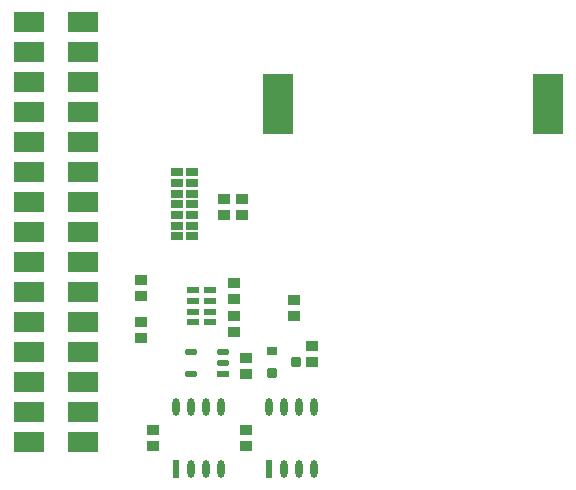
<source format=gtp>
G04*
G04 #@! TF.GenerationSoftware,Altium Limited,Altium Designer,19.1.9 (167)*
G04*
G04 Layer_Color=8421504*
%FSLAX44Y44*%
%MOMM*%
G71*
G01*
G75*
%ADD19R,2.5000X5.1000*%
G04:AMPARAMS|DCode=20|XSize=0.8mm|YSize=0.9mm|CornerRadius=0.2mm|HoleSize=0mm|Usage=FLASHONLY|Rotation=90.000|XOffset=0mm|YOffset=0mm|HoleType=Round|Shape=RoundedRectangle|*
%AMROUNDEDRECTD20*
21,1,0.8000,0.5000,0,0,90.0*
21,1,0.4000,0.9000,0,0,90.0*
1,1,0.4000,0.2500,0.2000*
1,1,0.4000,0.2500,-0.2000*
1,1,0.4000,-0.2500,-0.2000*
1,1,0.4000,-0.2500,0.2000*
%
%ADD20ROUNDEDRECTD20*%
%ADD21R,0.9000X0.8000*%
%ADD22R,2.6000X1.7000*%
%ADD23R,1.0000X0.9000*%
%ADD24R,0.6000X1.5000*%
%ADD25O,0.6000X1.5000*%
G04:AMPARAMS|DCode=26|XSize=0.55mm|YSize=1mm|CornerRadius=0.1375mm|HoleSize=0mm|Usage=FLASHONLY|Rotation=270.000|XOffset=0mm|YOffset=0mm|HoleType=Round|Shape=RoundedRectangle|*
%AMROUNDEDRECTD26*
21,1,0.5500,0.7250,0,0,270.0*
21,1,0.2750,1.0000,0,0,270.0*
1,1,0.2750,-0.3625,-0.1375*
1,1,0.2750,-0.3625,0.1375*
1,1,0.2750,0.3625,0.1375*
1,1,0.2750,0.3625,-0.1375*
%
%ADD26ROUNDEDRECTD26*%
%ADD27R,1.0000X0.5500*%
%ADD28R,1.0000X0.5000*%
%ADD29R,1.0000X0.7000*%
D19*
X244910Y354330D02*
D03*
X473910D02*
D03*
D20*
X260190Y135890D02*
D03*
X240190Y126390D02*
D03*
D21*
Y145390D02*
D03*
D22*
X34500Y423800D02*
D03*
X80500D02*
D03*
Y68200D02*
D03*
X34500D02*
D03*
Y93600D02*
D03*
X80500D02*
D03*
X34500Y119000D02*
D03*
X80500D02*
D03*
X34500Y144400D02*
D03*
X80500D02*
D03*
X34500Y169800D02*
D03*
X80500D02*
D03*
X34500Y195200D02*
D03*
X80500D02*
D03*
X34500Y220600D02*
D03*
X80500D02*
D03*
X34500Y246000D02*
D03*
X80500D02*
D03*
X34500Y271400D02*
D03*
X80500D02*
D03*
X34500Y296800D02*
D03*
X80500D02*
D03*
X34500Y322200D02*
D03*
X80500D02*
D03*
X34500Y347600D02*
D03*
X80500D02*
D03*
X34500Y373000D02*
D03*
X80500D02*
D03*
X34500Y398400D02*
D03*
X80500D02*
D03*
D23*
X274320Y135490D02*
D03*
Y148990D02*
D03*
X259080Y188360D02*
D03*
Y174860D02*
D03*
X218440Y77870D02*
D03*
Y64370D02*
D03*
X139700Y77870D02*
D03*
Y64370D02*
D03*
X218440Y125330D02*
D03*
Y138830D02*
D03*
X208280Y174390D02*
D03*
Y160890D02*
D03*
Y202330D02*
D03*
Y188830D02*
D03*
X199390Y259950D02*
D03*
Y273450D02*
D03*
X214630Y259950D02*
D03*
Y273450D02*
D03*
X129540Y191370D02*
D03*
Y204870D02*
D03*
Y169310D02*
D03*
Y155810D02*
D03*
D24*
X237490Y44704D02*
D03*
X158750D02*
D03*
D25*
X250190D02*
D03*
X262890D02*
D03*
X275590D02*
D03*
X237490Y97704D02*
D03*
X250190D02*
D03*
X262890D02*
D03*
X275590D02*
D03*
X171450Y44704D02*
D03*
X184150D02*
D03*
X196850D02*
D03*
X158750Y97704D02*
D03*
X171450D02*
D03*
X184150D02*
D03*
X196850D02*
D03*
D26*
X171920Y125120D02*
D03*
Y144120D02*
D03*
X198920D02*
D03*
Y134620D02*
D03*
D27*
Y125120D02*
D03*
D28*
X187340Y196380D02*
D03*
Y187380D02*
D03*
Y178380D02*
D03*
Y169380D02*
D03*
X173340D02*
D03*
Y178380D02*
D03*
Y187380D02*
D03*
Y196380D02*
D03*
D29*
X172116Y296240D02*
D03*
X160116Y242240D02*
D03*
X172116Y287240D02*
D03*
Y278240D02*
D03*
Y269240D02*
D03*
Y260240D02*
D03*
Y251240D02*
D03*
X160116D02*
D03*
Y260240D02*
D03*
Y269240D02*
D03*
Y278240D02*
D03*
Y287240D02*
D03*
X172116Y242240D02*
D03*
X160116Y296240D02*
D03*
M02*

</source>
